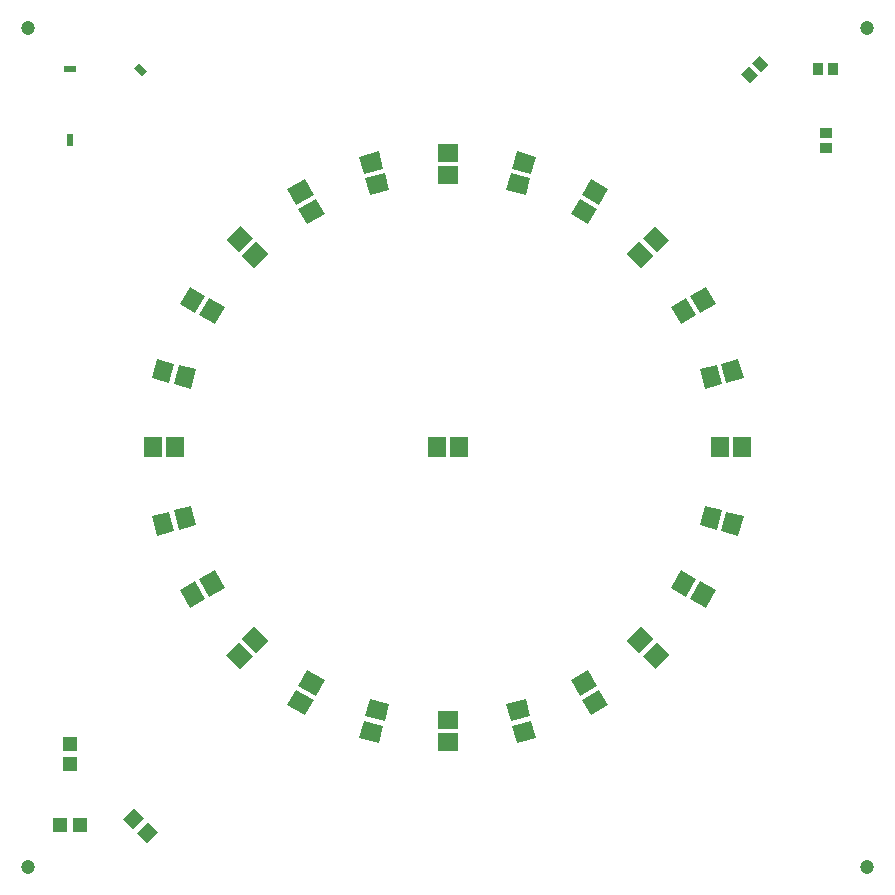
<source format=gts>
G75*
%MOIN*%
%OFA0B0*%
%FSLAX25Y25*%
%IPPOS*%
%LPD*%
%AMOC8*
5,1,8,0,0,1.08239X$1,22.5*
%
%ADD10R,0.05918X0.06706*%
%ADD11R,0.06706X0.05918*%
%ADD12R,0.01902X0.02493*%
%ADD13R,0.02493X0.01902*%
%ADD14R,0.03556X0.04343*%
%ADD15R,0.04343X0.03556*%
%ADD16R,0.05131X0.04737*%
%ADD17R,0.04737X0.05131*%
%ADD18C,0.04737*%
D10*
G36*
X0097109Y0064652D02*
X0100068Y0069777D01*
X0105875Y0066424D01*
X0102916Y0061299D01*
X0097109Y0064652D01*
G37*
G36*
X0100849Y0071130D02*
X0103808Y0076255D01*
X0109615Y0072902D01*
X0106656Y0067777D01*
X0100849Y0071130D01*
G37*
G36*
X0076685Y0081426D02*
X0080870Y0085611D01*
X0085611Y0080870D01*
X0081426Y0076685D01*
X0076685Y0081426D01*
G37*
G36*
X0081975Y0086716D02*
X0086160Y0090901D01*
X0090901Y0086160D01*
X0086716Y0081975D01*
X0081975Y0086716D01*
G37*
G36*
X0061299Y0102916D02*
X0066424Y0105875D01*
X0069777Y0100068D01*
X0064652Y0097109D01*
X0061299Y0102916D01*
G37*
G36*
X0067777Y0106656D02*
X0072902Y0109615D01*
X0076255Y0103808D01*
X0071130Y0100849D01*
X0067777Y0106656D01*
G37*
G36*
X0052000Y0127655D02*
X0057715Y0129187D01*
X0059450Y0122711D01*
X0053735Y0121179D01*
X0052000Y0127655D01*
G37*
G36*
X0059225Y0129591D02*
X0064940Y0131123D01*
X0066675Y0124647D01*
X0060960Y0123115D01*
X0059225Y0129591D01*
G37*
X0059858Y0150606D03*
X0052378Y0150606D03*
G36*
X0060960Y0178098D02*
X0066675Y0176566D01*
X0064940Y0170090D01*
X0059225Y0171622D01*
X0060960Y0178098D01*
G37*
G36*
X0053735Y0180034D02*
X0059450Y0178502D01*
X0057715Y0172026D01*
X0052000Y0173558D01*
X0053735Y0180034D01*
G37*
G36*
X0071130Y0200363D02*
X0076255Y0197404D01*
X0072902Y0191597D01*
X0067777Y0194556D01*
X0071130Y0200363D01*
G37*
G36*
X0064652Y0204103D02*
X0069777Y0201144D01*
X0066424Y0195337D01*
X0061299Y0198296D01*
X0064652Y0204103D01*
G37*
G36*
X0086716Y0219238D02*
X0090901Y0215053D01*
X0086160Y0210312D01*
X0081975Y0214497D01*
X0086716Y0219238D01*
G37*
G36*
X0081426Y0224527D02*
X0085611Y0220342D01*
X0080870Y0215601D01*
X0076685Y0219786D01*
X0081426Y0224527D01*
G37*
G36*
X0102916Y0239914D02*
X0105875Y0234789D01*
X0100068Y0231436D01*
X0097109Y0236561D01*
X0102916Y0239914D01*
G37*
G36*
X0106656Y0233435D02*
X0109615Y0228310D01*
X0103808Y0224957D01*
X0100849Y0230082D01*
X0106656Y0233435D01*
G37*
G36*
X0129591Y0241987D02*
X0131123Y0236272D01*
X0124647Y0234537D01*
X0123115Y0240252D01*
X0129591Y0241987D01*
G37*
G36*
X0127655Y0249213D02*
X0129187Y0243498D01*
X0122711Y0241763D01*
X0121179Y0247478D01*
X0127655Y0249213D01*
G37*
G36*
X0178098Y0240252D02*
X0176566Y0234537D01*
X0170090Y0236272D01*
X0171622Y0241987D01*
X0178098Y0240252D01*
G37*
G36*
X0180034Y0247478D02*
X0178502Y0241763D01*
X0172026Y0243498D01*
X0173558Y0249213D01*
X0180034Y0247478D01*
G37*
G36*
X0204103Y0236561D02*
X0201144Y0231436D01*
X0195337Y0234789D01*
X0198296Y0239914D01*
X0204103Y0236561D01*
G37*
G36*
X0200363Y0230082D02*
X0197404Y0224957D01*
X0191597Y0228310D01*
X0194556Y0233435D01*
X0200363Y0230082D01*
G37*
G36*
X0224527Y0219786D02*
X0220342Y0215601D01*
X0215601Y0220342D01*
X0219786Y0224527D01*
X0224527Y0219786D01*
G37*
G36*
X0219238Y0214497D02*
X0215053Y0210312D01*
X0210312Y0215053D01*
X0214497Y0219238D01*
X0219238Y0214497D01*
G37*
G36*
X0239914Y0198296D02*
X0234789Y0195337D01*
X0231436Y0201144D01*
X0236561Y0204103D01*
X0239914Y0198296D01*
G37*
G36*
X0233435Y0194556D02*
X0228310Y0191597D01*
X0224957Y0197404D01*
X0230082Y0200363D01*
X0233435Y0194556D01*
G37*
G36*
X0249213Y0173558D02*
X0243498Y0172026D01*
X0241763Y0178502D01*
X0247478Y0180034D01*
X0249213Y0173558D01*
G37*
G36*
X0241987Y0171622D02*
X0236272Y0170090D01*
X0234537Y0176566D01*
X0240252Y0178098D01*
X0241987Y0171622D01*
G37*
X0241354Y0150606D03*
X0248835Y0150606D03*
G36*
X0240252Y0123115D02*
X0234537Y0124647D01*
X0236272Y0131123D01*
X0241987Y0129591D01*
X0240252Y0123115D01*
G37*
G36*
X0247478Y0121179D02*
X0241763Y0122711D01*
X0243498Y0129187D01*
X0249213Y0127655D01*
X0247478Y0121179D01*
G37*
G36*
X0230082Y0100849D02*
X0224957Y0103808D01*
X0228310Y0109615D01*
X0233435Y0106656D01*
X0230082Y0100849D01*
G37*
G36*
X0236561Y0097109D02*
X0231436Y0100068D01*
X0234789Y0105875D01*
X0239914Y0102916D01*
X0236561Y0097109D01*
G37*
G36*
X0214497Y0081975D02*
X0210312Y0086160D01*
X0215053Y0090901D01*
X0219238Y0086716D01*
X0214497Y0081975D01*
G37*
G36*
X0219786Y0076685D02*
X0215601Y0080870D01*
X0220342Y0085611D01*
X0224527Y0081426D01*
X0219786Y0076685D01*
G37*
G36*
X0198296Y0061299D02*
X0195337Y0066424D01*
X0201144Y0069777D01*
X0204103Y0064652D01*
X0198296Y0061299D01*
G37*
G36*
X0194556Y0067777D02*
X0191597Y0072902D01*
X0197404Y0076255D01*
X0200363Y0071130D01*
X0194556Y0067777D01*
G37*
G36*
X0173558Y0052000D02*
X0172026Y0057715D01*
X0178502Y0059450D01*
X0180034Y0053735D01*
X0173558Y0052000D01*
G37*
G36*
X0171622Y0059225D02*
X0170090Y0064940D01*
X0176566Y0066675D01*
X0178098Y0060960D01*
X0171622Y0059225D01*
G37*
G36*
X0123115Y0060960D02*
X0124647Y0066675D01*
X0131123Y0064940D01*
X0129591Y0059225D01*
X0123115Y0060960D01*
G37*
G36*
X0121179Y0053735D02*
X0122711Y0059450D01*
X0129187Y0057715D01*
X0127655Y0052000D01*
X0121179Y0053735D01*
G37*
X0146866Y0150606D03*
X0154346Y0150606D03*
D11*
X0150606Y0241354D03*
X0150606Y0248835D03*
X0150606Y0059858D03*
X0150606Y0052378D03*
D12*
G36*
X0048746Y0274328D02*
X0047401Y0275673D01*
X0049162Y0277434D01*
X0050507Y0276089D01*
X0048746Y0274328D01*
G37*
G36*
X0047326Y0275747D02*
X0045981Y0277092D01*
X0047742Y0278853D01*
X0049087Y0277508D01*
X0047326Y0275747D01*
G37*
X0025626Y0276591D03*
X0023618Y0276591D03*
D13*
X0024622Y0253972D03*
X0024622Y0251965D03*
D14*
G36*
X0253951Y0274504D02*
X0251436Y0271989D01*
X0248367Y0275058D01*
X0250882Y0277573D01*
X0253951Y0274504D01*
G37*
G36*
X0257570Y0278123D02*
X0255055Y0275608D01*
X0251986Y0278677D01*
X0254501Y0281192D01*
X0257570Y0278123D01*
G37*
X0274031Y0276591D03*
X0279150Y0276591D03*
D15*
X0276591Y0255528D03*
X0276591Y0250409D03*
D16*
X0024622Y0051591D03*
X0024622Y0044898D03*
D17*
X0021276Y0024622D03*
X0027969Y0024622D03*
G36*
X0045739Y0023500D02*
X0042390Y0026849D01*
X0046017Y0030476D01*
X0049366Y0027127D01*
X0045739Y0023500D01*
G37*
G36*
X0050471Y0018768D02*
X0047122Y0022117D01*
X0050749Y0025744D01*
X0054098Y0022395D01*
X0050471Y0018768D01*
G37*
D18*
X0010843Y0010843D03*
X0290370Y0010843D03*
X0290370Y0290370D03*
X0010843Y0290370D03*
M02*

</source>
